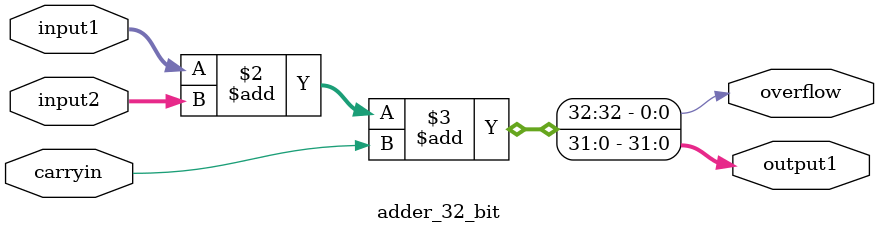
<source format=v>
module adder_32_bit(input1, input2, output1, overflow,carryin);
  
  input [31:0] input1, input2;
  input wire  carryin;
  output reg [31:0] output1;
  
  output reg overflow;
  
  
      always@(input1 or input2)
        begin
          
          {overflow , output1 } = input1 + input2 + carryin;
          
        end
    
endmodule
</source>
